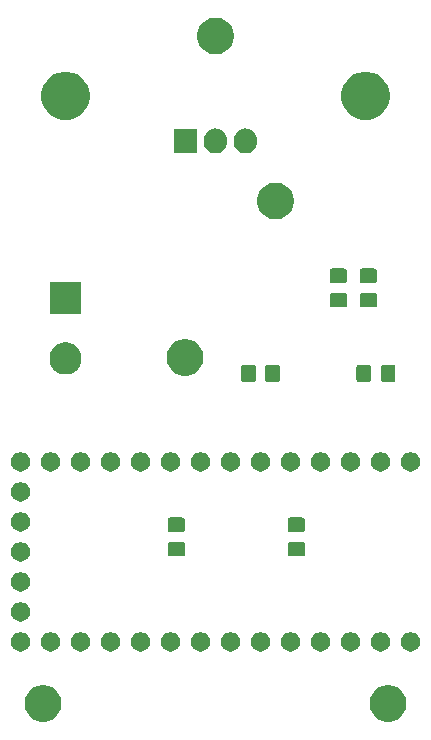
<source format=gbr>
G04 #@! TF.GenerationSoftware,KiCad,Pcbnew,5.1.5*
G04 #@! TF.CreationDate,2020-04-23T21:43:41+02:00*
G04 #@! TF.ProjectId,teensy-load,7465656e-7379-42d6-9c6f-61642e6b6963,rev?*
G04 #@! TF.SameCoordinates,Original*
G04 #@! TF.FileFunction,Soldermask,Bot*
G04 #@! TF.FilePolarity,Negative*
%FSLAX46Y46*%
G04 Gerber Fmt 4.6, Leading zero omitted, Abs format (unit mm)*
G04 Created by KiCad (PCBNEW 5.1.5) date 2020-04-23 21:43:41*
%MOMM*%
%LPD*%
G04 APERTURE LIST*
%ADD10C,0.100000*%
G04 APERTURE END LIST*
D10*
G36*
X143327352Y-103918796D02*
G01*
X143609579Y-104035699D01*
X143863578Y-104205415D01*
X144079585Y-104421422D01*
X144249301Y-104675421D01*
X144366204Y-104957648D01*
X144425800Y-105257259D01*
X144425800Y-105562741D01*
X144366204Y-105862352D01*
X144249301Y-106144579D01*
X144079585Y-106398578D01*
X143863578Y-106614585D01*
X143609579Y-106784301D01*
X143327352Y-106901204D01*
X143027741Y-106960800D01*
X142722259Y-106960800D01*
X142422648Y-106901204D01*
X142140421Y-106784301D01*
X141886422Y-106614585D01*
X141670415Y-106398578D01*
X141500699Y-106144579D01*
X141383796Y-105862352D01*
X141324200Y-105562741D01*
X141324200Y-105257259D01*
X141383796Y-104957648D01*
X141500699Y-104675421D01*
X141670415Y-104421422D01*
X141886422Y-104205415D01*
X142140421Y-104035699D01*
X142422648Y-103918796D01*
X142722259Y-103859200D01*
X143027741Y-103859200D01*
X143327352Y-103918796D01*
G37*
G36*
X114117352Y-103918796D02*
G01*
X114399579Y-104035699D01*
X114653578Y-104205415D01*
X114869585Y-104421422D01*
X115039301Y-104675421D01*
X115156204Y-104957648D01*
X115215800Y-105257259D01*
X115215800Y-105562741D01*
X115156204Y-105862352D01*
X115039301Y-106144579D01*
X114869585Y-106398578D01*
X114653578Y-106614585D01*
X114399579Y-106784301D01*
X114117352Y-106901204D01*
X113817741Y-106960800D01*
X113512259Y-106960800D01*
X113212648Y-106901204D01*
X112930421Y-106784301D01*
X112676422Y-106614585D01*
X112460415Y-106398578D01*
X112290699Y-106144579D01*
X112173796Y-105862352D01*
X112114200Y-105562741D01*
X112114200Y-105257259D01*
X112173796Y-104957648D01*
X112290699Y-104675421D01*
X112460415Y-104421422D01*
X112676422Y-104205415D01*
X112930421Y-104035699D01*
X113212648Y-103918796D01*
X113512259Y-103859200D01*
X113817741Y-103859200D01*
X114117352Y-103918796D01*
G37*
G36*
X137397086Y-99421435D02*
G01*
X137545003Y-99482704D01*
X137678134Y-99571660D01*
X137791340Y-99684866D01*
X137880296Y-99817997D01*
X137941565Y-99965914D01*
X137972800Y-100122946D01*
X137972800Y-100283054D01*
X137941565Y-100440086D01*
X137880296Y-100588003D01*
X137791340Y-100721134D01*
X137678134Y-100834340D01*
X137545003Y-100923296D01*
X137397086Y-100984565D01*
X137240054Y-101015800D01*
X137079946Y-101015800D01*
X136922914Y-100984565D01*
X136774997Y-100923296D01*
X136641866Y-100834340D01*
X136528660Y-100721134D01*
X136439704Y-100588003D01*
X136378435Y-100440086D01*
X136347200Y-100283054D01*
X136347200Y-100122946D01*
X136378435Y-99965914D01*
X136439704Y-99817997D01*
X136528660Y-99684866D01*
X136641866Y-99571660D01*
X136774997Y-99482704D01*
X136922914Y-99421435D01*
X137079946Y-99390200D01*
X137240054Y-99390200D01*
X137397086Y-99421435D01*
G37*
G36*
X142477086Y-99421435D02*
G01*
X142625003Y-99482704D01*
X142758134Y-99571660D01*
X142871340Y-99684866D01*
X142960296Y-99817997D01*
X143021565Y-99965914D01*
X143052800Y-100122946D01*
X143052800Y-100283054D01*
X143021565Y-100440086D01*
X142960296Y-100588003D01*
X142871340Y-100721134D01*
X142758134Y-100834340D01*
X142625003Y-100923296D01*
X142477086Y-100984565D01*
X142320054Y-101015800D01*
X142159946Y-101015800D01*
X142002914Y-100984565D01*
X141854997Y-100923296D01*
X141721866Y-100834340D01*
X141608660Y-100721134D01*
X141519704Y-100588003D01*
X141458435Y-100440086D01*
X141427200Y-100283054D01*
X141427200Y-100122946D01*
X141458435Y-99965914D01*
X141519704Y-99817997D01*
X141608660Y-99684866D01*
X141721866Y-99571660D01*
X141854997Y-99482704D01*
X142002914Y-99421435D01*
X142159946Y-99390200D01*
X142320054Y-99390200D01*
X142477086Y-99421435D01*
G37*
G36*
X111997086Y-99421435D02*
G01*
X112145003Y-99482704D01*
X112278134Y-99571660D01*
X112391340Y-99684866D01*
X112480296Y-99817997D01*
X112541565Y-99965914D01*
X112572800Y-100122946D01*
X112572800Y-100283054D01*
X112541565Y-100440086D01*
X112480296Y-100588003D01*
X112391340Y-100721134D01*
X112278134Y-100834340D01*
X112145003Y-100923296D01*
X111997086Y-100984565D01*
X111840054Y-101015800D01*
X111679946Y-101015800D01*
X111522914Y-100984565D01*
X111374997Y-100923296D01*
X111241866Y-100834340D01*
X111128660Y-100721134D01*
X111039704Y-100588003D01*
X110978435Y-100440086D01*
X110947200Y-100283054D01*
X110947200Y-100122946D01*
X110978435Y-99965914D01*
X111039704Y-99817997D01*
X111128660Y-99684866D01*
X111241866Y-99571660D01*
X111374997Y-99482704D01*
X111522914Y-99421435D01*
X111679946Y-99390200D01*
X111840054Y-99390200D01*
X111997086Y-99421435D01*
G37*
G36*
X114537086Y-99421435D02*
G01*
X114685003Y-99482704D01*
X114818134Y-99571660D01*
X114931340Y-99684866D01*
X115020296Y-99817997D01*
X115081565Y-99965914D01*
X115112800Y-100122946D01*
X115112800Y-100283054D01*
X115081565Y-100440086D01*
X115020296Y-100588003D01*
X114931340Y-100721134D01*
X114818134Y-100834340D01*
X114685003Y-100923296D01*
X114537086Y-100984565D01*
X114380054Y-101015800D01*
X114219946Y-101015800D01*
X114062914Y-100984565D01*
X113914997Y-100923296D01*
X113781866Y-100834340D01*
X113668660Y-100721134D01*
X113579704Y-100588003D01*
X113518435Y-100440086D01*
X113487200Y-100283054D01*
X113487200Y-100122946D01*
X113518435Y-99965914D01*
X113579704Y-99817997D01*
X113668660Y-99684866D01*
X113781866Y-99571660D01*
X113914997Y-99482704D01*
X114062914Y-99421435D01*
X114219946Y-99390200D01*
X114380054Y-99390200D01*
X114537086Y-99421435D01*
G37*
G36*
X117077086Y-99421435D02*
G01*
X117225003Y-99482704D01*
X117358134Y-99571660D01*
X117471340Y-99684866D01*
X117560296Y-99817997D01*
X117621565Y-99965914D01*
X117652800Y-100122946D01*
X117652800Y-100283054D01*
X117621565Y-100440086D01*
X117560296Y-100588003D01*
X117471340Y-100721134D01*
X117358134Y-100834340D01*
X117225003Y-100923296D01*
X117077086Y-100984565D01*
X116920054Y-101015800D01*
X116759946Y-101015800D01*
X116602914Y-100984565D01*
X116454997Y-100923296D01*
X116321866Y-100834340D01*
X116208660Y-100721134D01*
X116119704Y-100588003D01*
X116058435Y-100440086D01*
X116027200Y-100283054D01*
X116027200Y-100122946D01*
X116058435Y-99965914D01*
X116119704Y-99817997D01*
X116208660Y-99684866D01*
X116321866Y-99571660D01*
X116454997Y-99482704D01*
X116602914Y-99421435D01*
X116759946Y-99390200D01*
X116920054Y-99390200D01*
X117077086Y-99421435D01*
G37*
G36*
X145017086Y-99421435D02*
G01*
X145165003Y-99482704D01*
X145298134Y-99571660D01*
X145411340Y-99684866D01*
X145500296Y-99817997D01*
X145561565Y-99965914D01*
X145592800Y-100122946D01*
X145592800Y-100283054D01*
X145561565Y-100440086D01*
X145500296Y-100588003D01*
X145411340Y-100721134D01*
X145298134Y-100834340D01*
X145165003Y-100923296D01*
X145017086Y-100984565D01*
X144860054Y-101015800D01*
X144699946Y-101015800D01*
X144542914Y-100984565D01*
X144394997Y-100923296D01*
X144261866Y-100834340D01*
X144148660Y-100721134D01*
X144059704Y-100588003D01*
X143998435Y-100440086D01*
X143967200Y-100283054D01*
X143967200Y-100122946D01*
X143998435Y-99965914D01*
X144059704Y-99817997D01*
X144148660Y-99684866D01*
X144261866Y-99571660D01*
X144394997Y-99482704D01*
X144542914Y-99421435D01*
X144699946Y-99390200D01*
X144860054Y-99390200D01*
X145017086Y-99421435D01*
G37*
G36*
X139937086Y-99421435D02*
G01*
X140085003Y-99482704D01*
X140218134Y-99571660D01*
X140331340Y-99684866D01*
X140420296Y-99817997D01*
X140481565Y-99965914D01*
X140512800Y-100122946D01*
X140512800Y-100283054D01*
X140481565Y-100440086D01*
X140420296Y-100588003D01*
X140331340Y-100721134D01*
X140218134Y-100834340D01*
X140085003Y-100923296D01*
X139937086Y-100984565D01*
X139780054Y-101015800D01*
X139619946Y-101015800D01*
X139462914Y-100984565D01*
X139314997Y-100923296D01*
X139181866Y-100834340D01*
X139068660Y-100721134D01*
X138979704Y-100588003D01*
X138918435Y-100440086D01*
X138887200Y-100283054D01*
X138887200Y-100122946D01*
X138918435Y-99965914D01*
X138979704Y-99817997D01*
X139068660Y-99684866D01*
X139181866Y-99571660D01*
X139314997Y-99482704D01*
X139462914Y-99421435D01*
X139619946Y-99390200D01*
X139780054Y-99390200D01*
X139937086Y-99421435D01*
G37*
G36*
X134857086Y-99421435D02*
G01*
X135005003Y-99482704D01*
X135138134Y-99571660D01*
X135251340Y-99684866D01*
X135340296Y-99817997D01*
X135401565Y-99965914D01*
X135432800Y-100122946D01*
X135432800Y-100283054D01*
X135401565Y-100440086D01*
X135340296Y-100588003D01*
X135251340Y-100721134D01*
X135138134Y-100834340D01*
X135005003Y-100923296D01*
X134857086Y-100984565D01*
X134700054Y-101015800D01*
X134539946Y-101015800D01*
X134382914Y-100984565D01*
X134234997Y-100923296D01*
X134101866Y-100834340D01*
X133988660Y-100721134D01*
X133899704Y-100588003D01*
X133838435Y-100440086D01*
X133807200Y-100283054D01*
X133807200Y-100122946D01*
X133838435Y-99965914D01*
X133899704Y-99817997D01*
X133988660Y-99684866D01*
X134101866Y-99571660D01*
X134234997Y-99482704D01*
X134382914Y-99421435D01*
X134539946Y-99390200D01*
X134700054Y-99390200D01*
X134857086Y-99421435D01*
G37*
G36*
X132317086Y-99421435D02*
G01*
X132465003Y-99482704D01*
X132598134Y-99571660D01*
X132711340Y-99684866D01*
X132800296Y-99817997D01*
X132861565Y-99965914D01*
X132892800Y-100122946D01*
X132892800Y-100283054D01*
X132861565Y-100440086D01*
X132800296Y-100588003D01*
X132711340Y-100721134D01*
X132598134Y-100834340D01*
X132465003Y-100923296D01*
X132317086Y-100984565D01*
X132160054Y-101015800D01*
X131999946Y-101015800D01*
X131842914Y-100984565D01*
X131694997Y-100923296D01*
X131561866Y-100834340D01*
X131448660Y-100721134D01*
X131359704Y-100588003D01*
X131298435Y-100440086D01*
X131267200Y-100283054D01*
X131267200Y-100122946D01*
X131298435Y-99965914D01*
X131359704Y-99817997D01*
X131448660Y-99684866D01*
X131561866Y-99571660D01*
X131694997Y-99482704D01*
X131842914Y-99421435D01*
X131999946Y-99390200D01*
X132160054Y-99390200D01*
X132317086Y-99421435D01*
G37*
G36*
X129777086Y-99421435D02*
G01*
X129925003Y-99482704D01*
X130058134Y-99571660D01*
X130171340Y-99684866D01*
X130260296Y-99817997D01*
X130321565Y-99965914D01*
X130352800Y-100122946D01*
X130352800Y-100283054D01*
X130321565Y-100440086D01*
X130260296Y-100588003D01*
X130171340Y-100721134D01*
X130058134Y-100834340D01*
X129925003Y-100923296D01*
X129777086Y-100984565D01*
X129620054Y-101015800D01*
X129459946Y-101015800D01*
X129302914Y-100984565D01*
X129154997Y-100923296D01*
X129021866Y-100834340D01*
X128908660Y-100721134D01*
X128819704Y-100588003D01*
X128758435Y-100440086D01*
X128727200Y-100283054D01*
X128727200Y-100122946D01*
X128758435Y-99965914D01*
X128819704Y-99817997D01*
X128908660Y-99684866D01*
X129021866Y-99571660D01*
X129154997Y-99482704D01*
X129302914Y-99421435D01*
X129459946Y-99390200D01*
X129620054Y-99390200D01*
X129777086Y-99421435D01*
G37*
G36*
X127237086Y-99421435D02*
G01*
X127385003Y-99482704D01*
X127518134Y-99571660D01*
X127631340Y-99684866D01*
X127720296Y-99817997D01*
X127781565Y-99965914D01*
X127812800Y-100122946D01*
X127812800Y-100283054D01*
X127781565Y-100440086D01*
X127720296Y-100588003D01*
X127631340Y-100721134D01*
X127518134Y-100834340D01*
X127385003Y-100923296D01*
X127237086Y-100984565D01*
X127080054Y-101015800D01*
X126919946Y-101015800D01*
X126762914Y-100984565D01*
X126614997Y-100923296D01*
X126481866Y-100834340D01*
X126368660Y-100721134D01*
X126279704Y-100588003D01*
X126218435Y-100440086D01*
X126187200Y-100283054D01*
X126187200Y-100122946D01*
X126218435Y-99965914D01*
X126279704Y-99817997D01*
X126368660Y-99684866D01*
X126481866Y-99571660D01*
X126614997Y-99482704D01*
X126762914Y-99421435D01*
X126919946Y-99390200D01*
X127080054Y-99390200D01*
X127237086Y-99421435D01*
G37*
G36*
X124697086Y-99421435D02*
G01*
X124845003Y-99482704D01*
X124978134Y-99571660D01*
X125091340Y-99684866D01*
X125180296Y-99817997D01*
X125241565Y-99965914D01*
X125272800Y-100122946D01*
X125272800Y-100283054D01*
X125241565Y-100440086D01*
X125180296Y-100588003D01*
X125091340Y-100721134D01*
X124978134Y-100834340D01*
X124845003Y-100923296D01*
X124697086Y-100984565D01*
X124540054Y-101015800D01*
X124379946Y-101015800D01*
X124222914Y-100984565D01*
X124074997Y-100923296D01*
X123941866Y-100834340D01*
X123828660Y-100721134D01*
X123739704Y-100588003D01*
X123678435Y-100440086D01*
X123647200Y-100283054D01*
X123647200Y-100122946D01*
X123678435Y-99965914D01*
X123739704Y-99817997D01*
X123828660Y-99684866D01*
X123941866Y-99571660D01*
X124074997Y-99482704D01*
X124222914Y-99421435D01*
X124379946Y-99390200D01*
X124540054Y-99390200D01*
X124697086Y-99421435D01*
G37*
G36*
X122157086Y-99421435D02*
G01*
X122305003Y-99482704D01*
X122438134Y-99571660D01*
X122551340Y-99684866D01*
X122640296Y-99817997D01*
X122701565Y-99965914D01*
X122732800Y-100122946D01*
X122732800Y-100283054D01*
X122701565Y-100440086D01*
X122640296Y-100588003D01*
X122551340Y-100721134D01*
X122438134Y-100834340D01*
X122305003Y-100923296D01*
X122157086Y-100984565D01*
X122000054Y-101015800D01*
X121839946Y-101015800D01*
X121682914Y-100984565D01*
X121534997Y-100923296D01*
X121401866Y-100834340D01*
X121288660Y-100721134D01*
X121199704Y-100588003D01*
X121138435Y-100440086D01*
X121107200Y-100283054D01*
X121107200Y-100122946D01*
X121138435Y-99965914D01*
X121199704Y-99817997D01*
X121288660Y-99684866D01*
X121401866Y-99571660D01*
X121534997Y-99482704D01*
X121682914Y-99421435D01*
X121839946Y-99390200D01*
X122000054Y-99390200D01*
X122157086Y-99421435D01*
G37*
G36*
X119617086Y-99421435D02*
G01*
X119765003Y-99482704D01*
X119898134Y-99571660D01*
X120011340Y-99684866D01*
X120100296Y-99817997D01*
X120161565Y-99965914D01*
X120192800Y-100122946D01*
X120192800Y-100283054D01*
X120161565Y-100440086D01*
X120100296Y-100588003D01*
X120011340Y-100721134D01*
X119898134Y-100834340D01*
X119765003Y-100923296D01*
X119617086Y-100984565D01*
X119460054Y-101015800D01*
X119299946Y-101015800D01*
X119142914Y-100984565D01*
X118994997Y-100923296D01*
X118861866Y-100834340D01*
X118748660Y-100721134D01*
X118659704Y-100588003D01*
X118598435Y-100440086D01*
X118567200Y-100283054D01*
X118567200Y-100122946D01*
X118598435Y-99965914D01*
X118659704Y-99817997D01*
X118748660Y-99684866D01*
X118861866Y-99571660D01*
X118994997Y-99482704D01*
X119142914Y-99421435D01*
X119299946Y-99390200D01*
X119460054Y-99390200D01*
X119617086Y-99421435D01*
G37*
G36*
X111997086Y-96881435D02*
G01*
X112145003Y-96942704D01*
X112278134Y-97031660D01*
X112391340Y-97144866D01*
X112480296Y-97277997D01*
X112541565Y-97425914D01*
X112572800Y-97582946D01*
X112572800Y-97743054D01*
X112541565Y-97900086D01*
X112480296Y-98048003D01*
X112391340Y-98181134D01*
X112278134Y-98294340D01*
X112145003Y-98383296D01*
X111997086Y-98444565D01*
X111840054Y-98475800D01*
X111679946Y-98475800D01*
X111522914Y-98444565D01*
X111374997Y-98383296D01*
X111241866Y-98294340D01*
X111128660Y-98181134D01*
X111039704Y-98048003D01*
X110978435Y-97900086D01*
X110947200Y-97743054D01*
X110947200Y-97582946D01*
X110978435Y-97425914D01*
X111039704Y-97277997D01*
X111128660Y-97144866D01*
X111241866Y-97031660D01*
X111374997Y-96942704D01*
X111522914Y-96881435D01*
X111679946Y-96850200D01*
X111840054Y-96850200D01*
X111997086Y-96881435D01*
G37*
G36*
X111997086Y-94341435D02*
G01*
X112145003Y-94402704D01*
X112278134Y-94491660D01*
X112391340Y-94604866D01*
X112480296Y-94737997D01*
X112541565Y-94885914D01*
X112572800Y-95042946D01*
X112572800Y-95203054D01*
X112541565Y-95360086D01*
X112480296Y-95508003D01*
X112391340Y-95641134D01*
X112278134Y-95754340D01*
X112145003Y-95843296D01*
X111997086Y-95904565D01*
X111840054Y-95935800D01*
X111679946Y-95935800D01*
X111522914Y-95904565D01*
X111374997Y-95843296D01*
X111241866Y-95754340D01*
X111128660Y-95641134D01*
X111039704Y-95508003D01*
X110978435Y-95360086D01*
X110947200Y-95203054D01*
X110947200Y-95042946D01*
X110978435Y-94885914D01*
X111039704Y-94737997D01*
X111128660Y-94604866D01*
X111241866Y-94491660D01*
X111374997Y-94402704D01*
X111522914Y-94341435D01*
X111679946Y-94310200D01*
X111840054Y-94310200D01*
X111997086Y-94341435D01*
G37*
G36*
X111997086Y-91801435D02*
G01*
X112145003Y-91862704D01*
X112278134Y-91951660D01*
X112391340Y-92064866D01*
X112480296Y-92197997D01*
X112541565Y-92345914D01*
X112572800Y-92502946D01*
X112572800Y-92663054D01*
X112541565Y-92820086D01*
X112480296Y-92968003D01*
X112391340Y-93101134D01*
X112278134Y-93214340D01*
X112145003Y-93303296D01*
X111997086Y-93364565D01*
X111840054Y-93395800D01*
X111679946Y-93395800D01*
X111522914Y-93364565D01*
X111374997Y-93303296D01*
X111241866Y-93214340D01*
X111128660Y-93101134D01*
X111039704Y-92968003D01*
X110978435Y-92820086D01*
X110947200Y-92663054D01*
X110947200Y-92502946D01*
X110978435Y-92345914D01*
X111039704Y-92197997D01*
X111128660Y-92064866D01*
X111241866Y-91951660D01*
X111374997Y-91862704D01*
X111522914Y-91801435D01*
X111679946Y-91770200D01*
X111840054Y-91770200D01*
X111997086Y-91801435D01*
G37*
G36*
X125522857Y-91717117D02*
G01*
X125568465Y-91730952D01*
X125610504Y-91753422D01*
X125647344Y-91783656D01*
X125677578Y-91820496D01*
X125700048Y-91862535D01*
X125713883Y-91908143D01*
X125718800Y-91958065D01*
X125718800Y-92717935D01*
X125713883Y-92767857D01*
X125700048Y-92813465D01*
X125677578Y-92855504D01*
X125647344Y-92892344D01*
X125610504Y-92922578D01*
X125568465Y-92945048D01*
X125522857Y-92958883D01*
X125472935Y-92963800D01*
X124463065Y-92963800D01*
X124413143Y-92958883D01*
X124367535Y-92945048D01*
X124325496Y-92922578D01*
X124288656Y-92892344D01*
X124258422Y-92855504D01*
X124235952Y-92813465D01*
X124222117Y-92767857D01*
X124217200Y-92717935D01*
X124217200Y-91958065D01*
X124222117Y-91908143D01*
X124235952Y-91862535D01*
X124258422Y-91820496D01*
X124288656Y-91783656D01*
X124325496Y-91753422D01*
X124367535Y-91730952D01*
X124413143Y-91717117D01*
X124463065Y-91712200D01*
X125472935Y-91712200D01*
X125522857Y-91717117D01*
G37*
G36*
X135682857Y-91717117D02*
G01*
X135728465Y-91730952D01*
X135770504Y-91753422D01*
X135807344Y-91783656D01*
X135837578Y-91820496D01*
X135860048Y-91862535D01*
X135873883Y-91908143D01*
X135878800Y-91958065D01*
X135878800Y-92717935D01*
X135873883Y-92767857D01*
X135860048Y-92813465D01*
X135837578Y-92855504D01*
X135807344Y-92892344D01*
X135770504Y-92922578D01*
X135728465Y-92945048D01*
X135682857Y-92958883D01*
X135632935Y-92963800D01*
X134623065Y-92963800D01*
X134573143Y-92958883D01*
X134527535Y-92945048D01*
X134485496Y-92922578D01*
X134448656Y-92892344D01*
X134418422Y-92855504D01*
X134395952Y-92813465D01*
X134382117Y-92767857D01*
X134377200Y-92717935D01*
X134377200Y-91958065D01*
X134382117Y-91908143D01*
X134395952Y-91862535D01*
X134418422Y-91820496D01*
X134448656Y-91783656D01*
X134485496Y-91753422D01*
X134527535Y-91730952D01*
X134573143Y-91717117D01*
X134623065Y-91712200D01*
X135632935Y-91712200D01*
X135682857Y-91717117D01*
G37*
G36*
X125522857Y-89667117D02*
G01*
X125568465Y-89680952D01*
X125610504Y-89703422D01*
X125647344Y-89733656D01*
X125677578Y-89770496D01*
X125700048Y-89812535D01*
X125713883Y-89858143D01*
X125718800Y-89908065D01*
X125718800Y-90667935D01*
X125713883Y-90717857D01*
X125700048Y-90763465D01*
X125677578Y-90805504D01*
X125647344Y-90842344D01*
X125610504Y-90872578D01*
X125568465Y-90895048D01*
X125522857Y-90908883D01*
X125472935Y-90913800D01*
X124463065Y-90913800D01*
X124413143Y-90908883D01*
X124367535Y-90895048D01*
X124325496Y-90872578D01*
X124288656Y-90842344D01*
X124258422Y-90805504D01*
X124235952Y-90763465D01*
X124222117Y-90717857D01*
X124217200Y-90667935D01*
X124217200Y-89908065D01*
X124222117Y-89858143D01*
X124235952Y-89812535D01*
X124258422Y-89770496D01*
X124288656Y-89733656D01*
X124325496Y-89703422D01*
X124367535Y-89680952D01*
X124413143Y-89667117D01*
X124463065Y-89662200D01*
X125472935Y-89662200D01*
X125522857Y-89667117D01*
G37*
G36*
X135682857Y-89667117D02*
G01*
X135728465Y-89680952D01*
X135770504Y-89703422D01*
X135807344Y-89733656D01*
X135837578Y-89770496D01*
X135860048Y-89812535D01*
X135873883Y-89858143D01*
X135878800Y-89908065D01*
X135878800Y-90667935D01*
X135873883Y-90717857D01*
X135860048Y-90763465D01*
X135837578Y-90805504D01*
X135807344Y-90842344D01*
X135770504Y-90872578D01*
X135728465Y-90895048D01*
X135682857Y-90908883D01*
X135632935Y-90913800D01*
X134623065Y-90913800D01*
X134573143Y-90908883D01*
X134527535Y-90895048D01*
X134485496Y-90872578D01*
X134448656Y-90842344D01*
X134418422Y-90805504D01*
X134395952Y-90763465D01*
X134382117Y-90717857D01*
X134377200Y-90667935D01*
X134377200Y-89908065D01*
X134382117Y-89858143D01*
X134395952Y-89812535D01*
X134418422Y-89770496D01*
X134448656Y-89733656D01*
X134485496Y-89703422D01*
X134527535Y-89680952D01*
X134573143Y-89667117D01*
X134623065Y-89662200D01*
X135632935Y-89662200D01*
X135682857Y-89667117D01*
G37*
G36*
X111997086Y-89261435D02*
G01*
X112145003Y-89322704D01*
X112278134Y-89411660D01*
X112391340Y-89524866D01*
X112480296Y-89657997D01*
X112541565Y-89805914D01*
X112572800Y-89962946D01*
X112572800Y-90123054D01*
X112541565Y-90280086D01*
X112480296Y-90428003D01*
X112391340Y-90561134D01*
X112278134Y-90674340D01*
X112145003Y-90763296D01*
X111997086Y-90824565D01*
X111840054Y-90855800D01*
X111679946Y-90855800D01*
X111522914Y-90824565D01*
X111374997Y-90763296D01*
X111241866Y-90674340D01*
X111128660Y-90561134D01*
X111039704Y-90428003D01*
X110978435Y-90280086D01*
X110947200Y-90123054D01*
X110947200Y-89962946D01*
X110978435Y-89805914D01*
X111039704Y-89657997D01*
X111128660Y-89524866D01*
X111241866Y-89411660D01*
X111374997Y-89322704D01*
X111522914Y-89261435D01*
X111679946Y-89230200D01*
X111840054Y-89230200D01*
X111997086Y-89261435D01*
G37*
G36*
X111997086Y-86721435D02*
G01*
X112145003Y-86782704D01*
X112278134Y-86871660D01*
X112391340Y-86984866D01*
X112480296Y-87117997D01*
X112541565Y-87265914D01*
X112572800Y-87422946D01*
X112572800Y-87583054D01*
X112541565Y-87740086D01*
X112480296Y-87888003D01*
X112391340Y-88021134D01*
X112278134Y-88134340D01*
X112145003Y-88223296D01*
X111997086Y-88284565D01*
X111840054Y-88315800D01*
X111679946Y-88315800D01*
X111522914Y-88284565D01*
X111374997Y-88223296D01*
X111241866Y-88134340D01*
X111128660Y-88021134D01*
X111039704Y-87888003D01*
X110978435Y-87740086D01*
X110947200Y-87583054D01*
X110947200Y-87422946D01*
X110978435Y-87265914D01*
X111039704Y-87117997D01*
X111128660Y-86984866D01*
X111241866Y-86871660D01*
X111374997Y-86782704D01*
X111522914Y-86721435D01*
X111679946Y-86690200D01*
X111840054Y-86690200D01*
X111997086Y-86721435D01*
G37*
G36*
X114537086Y-84181435D02*
G01*
X114685003Y-84242704D01*
X114818134Y-84331660D01*
X114931340Y-84444866D01*
X115020296Y-84577997D01*
X115081565Y-84725914D01*
X115112800Y-84882946D01*
X115112800Y-85043054D01*
X115081565Y-85200086D01*
X115020296Y-85348003D01*
X114931340Y-85481134D01*
X114818134Y-85594340D01*
X114685003Y-85683296D01*
X114537086Y-85744565D01*
X114380054Y-85775800D01*
X114219946Y-85775800D01*
X114062914Y-85744565D01*
X113914997Y-85683296D01*
X113781866Y-85594340D01*
X113668660Y-85481134D01*
X113579704Y-85348003D01*
X113518435Y-85200086D01*
X113487200Y-85043054D01*
X113487200Y-84882946D01*
X113518435Y-84725914D01*
X113579704Y-84577997D01*
X113668660Y-84444866D01*
X113781866Y-84331660D01*
X113914997Y-84242704D01*
X114062914Y-84181435D01*
X114219946Y-84150200D01*
X114380054Y-84150200D01*
X114537086Y-84181435D01*
G37*
G36*
X111997086Y-84181435D02*
G01*
X112145003Y-84242704D01*
X112278134Y-84331660D01*
X112391340Y-84444866D01*
X112480296Y-84577997D01*
X112541565Y-84725914D01*
X112572800Y-84882946D01*
X112572800Y-85043054D01*
X112541565Y-85200086D01*
X112480296Y-85348003D01*
X112391340Y-85481134D01*
X112278134Y-85594340D01*
X112145003Y-85683296D01*
X111997086Y-85744565D01*
X111840054Y-85775800D01*
X111679946Y-85775800D01*
X111522914Y-85744565D01*
X111374997Y-85683296D01*
X111241866Y-85594340D01*
X111128660Y-85481134D01*
X111039704Y-85348003D01*
X110978435Y-85200086D01*
X110947200Y-85043054D01*
X110947200Y-84882946D01*
X110978435Y-84725914D01*
X111039704Y-84577997D01*
X111128660Y-84444866D01*
X111241866Y-84331660D01*
X111374997Y-84242704D01*
X111522914Y-84181435D01*
X111679946Y-84150200D01*
X111840054Y-84150200D01*
X111997086Y-84181435D01*
G37*
G36*
X137397086Y-84181435D02*
G01*
X137545003Y-84242704D01*
X137678134Y-84331660D01*
X137791340Y-84444866D01*
X137880296Y-84577997D01*
X137941565Y-84725914D01*
X137972800Y-84882946D01*
X137972800Y-85043054D01*
X137941565Y-85200086D01*
X137880296Y-85348003D01*
X137791340Y-85481134D01*
X137678134Y-85594340D01*
X137545003Y-85683296D01*
X137397086Y-85744565D01*
X137240054Y-85775800D01*
X137079946Y-85775800D01*
X136922914Y-85744565D01*
X136774997Y-85683296D01*
X136641866Y-85594340D01*
X136528660Y-85481134D01*
X136439704Y-85348003D01*
X136378435Y-85200086D01*
X136347200Y-85043054D01*
X136347200Y-84882946D01*
X136378435Y-84725914D01*
X136439704Y-84577997D01*
X136528660Y-84444866D01*
X136641866Y-84331660D01*
X136774997Y-84242704D01*
X136922914Y-84181435D01*
X137079946Y-84150200D01*
X137240054Y-84150200D01*
X137397086Y-84181435D01*
G37*
G36*
X122157086Y-84181435D02*
G01*
X122305003Y-84242704D01*
X122438134Y-84331660D01*
X122551340Y-84444866D01*
X122640296Y-84577997D01*
X122701565Y-84725914D01*
X122732800Y-84882946D01*
X122732800Y-85043054D01*
X122701565Y-85200086D01*
X122640296Y-85348003D01*
X122551340Y-85481134D01*
X122438134Y-85594340D01*
X122305003Y-85683296D01*
X122157086Y-85744565D01*
X122000054Y-85775800D01*
X121839946Y-85775800D01*
X121682914Y-85744565D01*
X121534997Y-85683296D01*
X121401866Y-85594340D01*
X121288660Y-85481134D01*
X121199704Y-85348003D01*
X121138435Y-85200086D01*
X121107200Y-85043054D01*
X121107200Y-84882946D01*
X121138435Y-84725914D01*
X121199704Y-84577997D01*
X121288660Y-84444866D01*
X121401866Y-84331660D01*
X121534997Y-84242704D01*
X121682914Y-84181435D01*
X121839946Y-84150200D01*
X122000054Y-84150200D01*
X122157086Y-84181435D01*
G37*
G36*
X139937086Y-84181435D02*
G01*
X140085003Y-84242704D01*
X140218134Y-84331660D01*
X140331340Y-84444866D01*
X140420296Y-84577997D01*
X140481565Y-84725914D01*
X140512800Y-84882946D01*
X140512800Y-85043054D01*
X140481565Y-85200086D01*
X140420296Y-85348003D01*
X140331340Y-85481134D01*
X140218134Y-85594340D01*
X140085003Y-85683296D01*
X139937086Y-85744565D01*
X139780054Y-85775800D01*
X139619946Y-85775800D01*
X139462914Y-85744565D01*
X139314997Y-85683296D01*
X139181866Y-85594340D01*
X139068660Y-85481134D01*
X138979704Y-85348003D01*
X138918435Y-85200086D01*
X138887200Y-85043054D01*
X138887200Y-84882946D01*
X138918435Y-84725914D01*
X138979704Y-84577997D01*
X139068660Y-84444866D01*
X139181866Y-84331660D01*
X139314997Y-84242704D01*
X139462914Y-84181435D01*
X139619946Y-84150200D01*
X139780054Y-84150200D01*
X139937086Y-84181435D01*
G37*
G36*
X142477086Y-84181435D02*
G01*
X142625003Y-84242704D01*
X142758134Y-84331660D01*
X142871340Y-84444866D01*
X142960296Y-84577997D01*
X143021565Y-84725914D01*
X143052800Y-84882946D01*
X143052800Y-85043054D01*
X143021565Y-85200086D01*
X142960296Y-85348003D01*
X142871340Y-85481134D01*
X142758134Y-85594340D01*
X142625003Y-85683296D01*
X142477086Y-85744565D01*
X142320054Y-85775800D01*
X142159946Y-85775800D01*
X142002914Y-85744565D01*
X141854997Y-85683296D01*
X141721866Y-85594340D01*
X141608660Y-85481134D01*
X141519704Y-85348003D01*
X141458435Y-85200086D01*
X141427200Y-85043054D01*
X141427200Y-84882946D01*
X141458435Y-84725914D01*
X141519704Y-84577997D01*
X141608660Y-84444866D01*
X141721866Y-84331660D01*
X141854997Y-84242704D01*
X142002914Y-84181435D01*
X142159946Y-84150200D01*
X142320054Y-84150200D01*
X142477086Y-84181435D01*
G37*
G36*
X145017086Y-84181435D02*
G01*
X145165003Y-84242704D01*
X145298134Y-84331660D01*
X145411340Y-84444866D01*
X145500296Y-84577997D01*
X145561565Y-84725914D01*
X145592800Y-84882946D01*
X145592800Y-85043054D01*
X145561565Y-85200086D01*
X145500296Y-85348003D01*
X145411340Y-85481134D01*
X145298134Y-85594340D01*
X145165003Y-85683296D01*
X145017086Y-85744565D01*
X144860054Y-85775800D01*
X144699946Y-85775800D01*
X144542914Y-85744565D01*
X144394997Y-85683296D01*
X144261866Y-85594340D01*
X144148660Y-85481134D01*
X144059704Y-85348003D01*
X143998435Y-85200086D01*
X143967200Y-85043054D01*
X143967200Y-84882946D01*
X143998435Y-84725914D01*
X144059704Y-84577997D01*
X144148660Y-84444866D01*
X144261866Y-84331660D01*
X144394997Y-84242704D01*
X144542914Y-84181435D01*
X144699946Y-84150200D01*
X144860054Y-84150200D01*
X145017086Y-84181435D01*
G37*
G36*
X129777086Y-84181435D02*
G01*
X129925003Y-84242704D01*
X130058134Y-84331660D01*
X130171340Y-84444866D01*
X130260296Y-84577997D01*
X130321565Y-84725914D01*
X130352800Y-84882946D01*
X130352800Y-85043054D01*
X130321565Y-85200086D01*
X130260296Y-85348003D01*
X130171340Y-85481134D01*
X130058134Y-85594340D01*
X129925003Y-85683296D01*
X129777086Y-85744565D01*
X129620054Y-85775800D01*
X129459946Y-85775800D01*
X129302914Y-85744565D01*
X129154997Y-85683296D01*
X129021866Y-85594340D01*
X128908660Y-85481134D01*
X128819704Y-85348003D01*
X128758435Y-85200086D01*
X128727200Y-85043054D01*
X128727200Y-84882946D01*
X128758435Y-84725914D01*
X128819704Y-84577997D01*
X128908660Y-84444866D01*
X129021866Y-84331660D01*
X129154997Y-84242704D01*
X129302914Y-84181435D01*
X129459946Y-84150200D01*
X129620054Y-84150200D01*
X129777086Y-84181435D01*
G37*
G36*
X127237086Y-84181435D02*
G01*
X127385003Y-84242704D01*
X127518134Y-84331660D01*
X127631340Y-84444866D01*
X127720296Y-84577997D01*
X127781565Y-84725914D01*
X127812800Y-84882946D01*
X127812800Y-85043054D01*
X127781565Y-85200086D01*
X127720296Y-85348003D01*
X127631340Y-85481134D01*
X127518134Y-85594340D01*
X127385003Y-85683296D01*
X127237086Y-85744565D01*
X127080054Y-85775800D01*
X126919946Y-85775800D01*
X126762914Y-85744565D01*
X126614997Y-85683296D01*
X126481866Y-85594340D01*
X126368660Y-85481134D01*
X126279704Y-85348003D01*
X126218435Y-85200086D01*
X126187200Y-85043054D01*
X126187200Y-84882946D01*
X126218435Y-84725914D01*
X126279704Y-84577997D01*
X126368660Y-84444866D01*
X126481866Y-84331660D01*
X126614997Y-84242704D01*
X126762914Y-84181435D01*
X126919946Y-84150200D01*
X127080054Y-84150200D01*
X127237086Y-84181435D01*
G37*
G36*
X124697086Y-84181435D02*
G01*
X124845003Y-84242704D01*
X124978134Y-84331660D01*
X125091340Y-84444866D01*
X125180296Y-84577997D01*
X125241565Y-84725914D01*
X125272800Y-84882946D01*
X125272800Y-85043054D01*
X125241565Y-85200086D01*
X125180296Y-85348003D01*
X125091340Y-85481134D01*
X124978134Y-85594340D01*
X124845003Y-85683296D01*
X124697086Y-85744565D01*
X124540054Y-85775800D01*
X124379946Y-85775800D01*
X124222914Y-85744565D01*
X124074997Y-85683296D01*
X123941866Y-85594340D01*
X123828660Y-85481134D01*
X123739704Y-85348003D01*
X123678435Y-85200086D01*
X123647200Y-85043054D01*
X123647200Y-84882946D01*
X123678435Y-84725914D01*
X123739704Y-84577997D01*
X123828660Y-84444866D01*
X123941866Y-84331660D01*
X124074997Y-84242704D01*
X124222914Y-84181435D01*
X124379946Y-84150200D01*
X124540054Y-84150200D01*
X124697086Y-84181435D01*
G37*
G36*
X119617086Y-84181435D02*
G01*
X119765003Y-84242704D01*
X119898134Y-84331660D01*
X120011340Y-84444866D01*
X120100296Y-84577997D01*
X120161565Y-84725914D01*
X120192800Y-84882946D01*
X120192800Y-85043054D01*
X120161565Y-85200086D01*
X120100296Y-85348003D01*
X120011340Y-85481134D01*
X119898134Y-85594340D01*
X119765003Y-85683296D01*
X119617086Y-85744565D01*
X119460054Y-85775800D01*
X119299946Y-85775800D01*
X119142914Y-85744565D01*
X118994997Y-85683296D01*
X118861866Y-85594340D01*
X118748660Y-85481134D01*
X118659704Y-85348003D01*
X118598435Y-85200086D01*
X118567200Y-85043054D01*
X118567200Y-84882946D01*
X118598435Y-84725914D01*
X118659704Y-84577997D01*
X118748660Y-84444866D01*
X118861866Y-84331660D01*
X118994997Y-84242704D01*
X119142914Y-84181435D01*
X119299946Y-84150200D01*
X119460054Y-84150200D01*
X119617086Y-84181435D01*
G37*
G36*
X134857086Y-84181435D02*
G01*
X135005003Y-84242704D01*
X135138134Y-84331660D01*
X135251340Y-84444866D01*
X135340296Y-84577997D01*
X135401565Y-84725914D01*
X135432800Y-84882946D01*
X135432800Y-85043054D01*
X135401565Y-85200086D01*
X135340296Y-85348003D01*
X135251340Y-85481134D01*
X135138134Y-85594340D01*
X135005003Y-85683296D01*
X134857086Y-85744565D01*
X134700054Y-85775800D01*
X134539946Y-85775800D01*
X134382914Y-85744565D01*
X134234997Y-85683296D01*
X134101866Y-85594340D01*
X133988660Y-85481134D01*
X133899704Y-85348003D01*
X133838435Y-85200086D01*
X133807200Y-85043054D01*
X133807200Y-84882946D01*
X133838435Y-84725914D01*
X133899704Y-84577997D01*
X133988660Y-84444866D01*
X134101866Y-84331660D01*
X134234997Y-84242704D01*
X134382914Y-84181435D01*
X134539946Y-84150200D01*
X134700054Y-84150200D01*
X134857086Y-84181435D01*
G37*
G36*
X117077086Y-84181435D02*
G01*
X117225003Y-84242704D01*
X117358134Y-84331660D01*
X117471340Y-84444866D01*
X117560296Y-84577997D01*
X117621565Y-84725914D01*
X117652800Y-84882946D01*
X117652800Y-85043054D01*
X117621565Y-85200086D01*
X117560296Y-85348003D01*
X117471340Y-85481134D01*
X117358134Y-85594340D01*
X117225003Y-85683296D01*
X117077086Y-85744565D01*
X116920054Y-85775800D01*
X116759946Y-85775800D01*
X116602914Y-85744565D01*
X116454997Y-85683296D01*
X116321866Y-85594340D01*
X116208660Y-85481134D01*
X116119704Y-85348003D01*
X116058435Y-85200086D01*
X116027200Y-85043054D01*
X116027200Y-84882946D01*
X116058435Y-84725914D01*
X116119704Y-84577997D01*
X116208660Y-84444866D01*
X116321866Y-84331660D01*
X116454997Y-84242704D01*
X116602914Y-84181435D01*
X116759946Y-84150200D01*
X116920054Y-84150200D01*
X117077086Y-84181435D01*
G37*
G36*
X132317086Y-84181435D02*
G01*
X132465003Y-84242704D01*
X132598134Y-84331660D01*
X132711340Y-84444866D01*
X132800296Y-84577997D01*
X132861565Y-84725914D01*
X132892800Y-84882946D01*
X132892800Y-85043054D01*
X132861565Y-85200086D01*
X132800296Y-85348003D01*
X132711340Y-85481134D01*
X132598134Y-85594340D01*
X132465003Y-85683296D01*
X132317086Y-85744565D01*
X132160054Y-85775800D01*
X131999946Y-85775800D01*
X131842914Y-85744565D01*
X131694997Y-85683296D01*
X131561866Y-85594340D01*
X131448660Y-85481134D01*
X131359704Y-85348003D01*
X131298435Y-85200086D01*
X131267200Y-85043054D01*
X131267200Y-84882946D01*
X131298435Y-84725914D01*
X131359704Y-84577997D01*
X131448660Y-84444866D01*
X131561866Y-84331660D01*
X131694997Y-84242704D01*
X131842914Y-84181435D01*
X131999946Y-84150200D01*
X132160054Y-84150200D01*
X132317086Y-84181435D01*
G37*
G36*
X133534857Y-76724117D02*
G01*
X133580465Y-76737952D01*
X133622504Y-76760422D01*
X133659344Y-76790656D01*
X133689578Y-76827496D01*
X133712048Y-76869535D01*
X133725883Y-76915143D01*
X133730800Y-76965065D01*
X133730800Y-77974935D01*
X133725883Y-78024857D01*
X133712048Y-78070465D01*
X133689578Y-78112504D01*
X133659344Y-78149344D01*
X133622504Y-78179578D01*
X133580465Y-78202048D01*
X133534857Y-78215883D01*
X133484935Y-78220800D01*
X132725065Y-78220800D01*
X132675143Y-78215883D01*
X132629535Y-78202048D01*
X132587496Y-78179578D01*
X132550656Y-78149344D01*
X132520422Y-78112504D01*
X132497952Y-78070465D01*
X132484117Y-78024857D01*
X132479200Y-77974935D01*
X132479200Y-76965065D01*
X132484117Y-76915143D01*
X132497952Y-76869535D01*
X132520422Y-76827496D01*
X132550656Y-76790656D01*
X132587496Y-76760422D01*
X132629535Y-76737952D01*
X132675143Y-76724117D01*
X132725065Y-76719200D01*
X133484935Y-76719200D01*
X133534857Y-76724117D01*
G37*
G36*
X131484857Y-76724117D02*
G01*
X131530465Y-76737952D01*
X131572504Y-76760422D01*
X131609344Y-76790656D01*
X131639578Y-76827496D01*
X131662048Y-76869535D01*
X131675883Y-76915143D01*
X131680800Y-76965065D01*
X131680800Y-77974935D01*
X131675883Y-78024857D01*
X131662048Y-78070465D01*
X131639578Y-78112504D01*
X131609344Y-78149344D01*
X131572504Y-78179578D01*
X131530465Y-78202048D01*
X131484857Y-78215883D01*
X131434935Y-78220800D01*
X130675065Y-78220800D01*
X130625143Y-78215883D01*
X130579535Y-78202048D01*
X130537496Y-78179578D01*
X130500656Y-78149344D01*
X130470422Y-78112504D01*
X130447952Y-78070465D01*
X130434117Y-78024857D01*
X130429200Y-77974935D01*
X130429200Y-76965065D01*
X130434117Y-76915143D01*
X130447952Y-76869535D01*
X130470422Y-76827496D01*
X130500656Y-76790656D01*
X130537496Y-76760422D01*
X130579535Y-76737952D01*
X130625143Y-76724117D01*
X130675065Y-76719200D01*
X131434935Y-76719200D01*
X131484857Y-76724117D01*
G37*
G36*
X143313857Y-76724117D02*
G01*
X143359465Y-76737952D01*
X143401504Y-76760422D01*
X143438344Y-76790656D01*
X143468578Y-76827496D01*
X143491048Y-76869535D01*
X143504883Y-76915143D01*
X143509800Y-76965065D01*
X143509800Y-77974935D01*
X143504883Y-78024857D01*
X143491048Y-78070465D01*
X143468578Y-78112504D01*
X143438344Y-78149344D01*
X143401504Y-78179578D01*
X143359465Y-78202048D01*
X143313857Y-78215883D01*
X143263935Y-78220800D01*
X142504065Y-78220800D01*
X142454143Y-78215883D01*
X142408535Y-78202048D01*
X142366496Y-78179578D01*
X142329656Y-78149344D01*
X142299422Y-78112504D01*
X142276952Y-78070465D01*
X142263117Y-78024857D01*
X142258200Y-77974935D01*
X142258200Y-76965065D01*
X142263117Y-76915143D01*
X142276952Y-76869535D01*
X142299422Y-76827496D01*
X142329656Y-76790656D01*
X142366496Y-76760422D01*
X142408535Y-76737952D01*
X142454143Y-76724117D01*
X142504065Y-76719200D01*
X143263935Y-76719200D01*
X143313857Y-76724117D01*
G37*
G36*
X141263857Y-76724117D02*
G01*
X141309465Y-76737952D01*
X141351504Y-76760422D01*
X141388344Y-76790656D01*
X141418578Y-76827496D01*
X141441048Y-76869535D01*
X141454883Y-76915143D01*
X141459800Y-76965065D01*
X141459800Y-77974935D01*
X141454883Y-78024857D01*
X141441048Y-78070465D01*
X141418578Y-78112504D01*
X141388344Y-78149344D01*
X141351504Y-78179578D01*
X141309465Y-78202048D01*
X141263857Y-78215883D01*
X141213935Y-78220800D01*
X140454065Y-78220800D01*
X140404143Y-78215883D01*
X140358535Y-78202048D01*
X140316496Y-78179578D01*
X140279656Y-78149344D01*
X140249422Y-78112504D01*
X140226952Y-78070465D01*
X140213117Y-78024857D01*
X140208200Y-77974935D01*
X140208200Y-76965065D01*
X140213117Y-76915143D01*
X140226952Y-76869535D01*
X140249422Y-76827496D01*
X140279656Y-76790656D01*
X140316496Y-76760422D01*
X140358535Y-76737952D01*
X140404143Y-76724117D01*
X140454065Y-76719200D01*
X141213935Y-76719200D01*
X141263857Y-76724117D01*
G37*
G36*
X126152352Y-74623985D02*
G01*
X126434579Y-74740888D01*
X126688578Y-74910604D01*
X126904585Y-75126611D01*
X127074301Y-75380610D01*
X127191204Y-75662837D01*
X127250800Y-75962448D01*
X127250800Y-76267930D01*
X127191204Y-76567541D01*
X127074301Y-76849768D01*
X126904585Y-77103767D01*
X126688578Y-77319774D01*
X126434579Y-77489490D01*
X126152352Y-77606393D01*
X125852741Y-77665989D01*
X125547259Y-77665989D01*
X125247648Y-77606393D01*
X124965421Y-77489490D01*
X124711422Y-77319774D01*
X124495415Y-77103767D01*
X124325699Y-76849768D01*
X124208796Y-76567541D01*
X124149200Y-76267930D01*
X124149200Y-75962448D01*
X124208796Y-75662837D01*
X124325699Y-75380610D01*
X124495415Y-75126611D01*
X124711422Y-74910604D01*
X124965421Y-74740888D01*
X125247648Y-74623985D01*
X125547259Y-74564389D01*
X125852741Y-74564389D01*
X126152352Y-74623985D01*
G37*
G36*
X115964014Y-74901110D02*
G01*
X116209843Y-75002936D01*
X116209844Y-75002937D01*
X116431085Y-75150765D01*
X116619235Y-75338915D01*
X116693149Y-75449535D01*
X116767064Y-75560157D01*
X116868890Y-75805986D01*
X116920800Y-76066958D01*
X116920800Y-76333042D01*
X116868890Y-76594014D01*
X116767064Y-76839843D01*
X116619234Y-77061086D01*
X116431086Y-77249234D01*
X116209843Y-77397064D01*
X115964014Y-77498890D01*
X115703042Y-77550800D01*
X115436958Y-77550800D01*
X115175986Y-77498890D01*
X114930157Y-77397064D01*
X114708914Y-77249234D01*
X114520766Y-77061086D01*
X114372936Y-76839843D01*
X114271110Y-76594014D01*
X114219200Y-76333042D01*
X114219200Y-76066958D01*
X114271110Y-75805986D01*
X114372936Y-75560157D01*
X114446851Y-75449536D01*
X114520765Y-75338915D01*
X114708915Y-75150765D01*
X114930156Y-75002937D01*
X114930157Y-75002936D01*
X115175986Y-74901110D01*
X115436958Y-74849200D01*
X115703042Y-74849200D01*
X115964014Y-74901110D01*
G37*
G36*
X116920800Y-72470800D02*
G01*
X114219200Y-72470800D01*
X114219200Y-69769200D01*
X116920800Y-69769200D01*
X116920800Y-72470800D01*
G37*
G36*
X141778857Y-70635117D02*
G01*
X141824465Y-70648952D01*
X141866504Y-70671422D01*
X141903344Y-70701656D01*
X141933578Y-70738496D01*
X141956048Y-70780535D01*
X141969883Y-70826143D01*
X141974800Y-70876065D01*
X141974800Y-71635935D01*
X141969883Y-71685857D01*
X141956048Y-71731465D01*
X141933578Y-71773504D01*
X141903344Y-71810344D01*
X141866504Y-71840578D01*
X141824465Y-71863048D01*
X141778857Y-71876883D01*
X141728935Y-71881800D01*
X140719065Y-71881800D01*
X140669143Y-71876883D01*
X140623535Y-71863048D01*
X140581496Y-71840578D01*
X140544656Y-71810344D01*
X140514422Y-71773504D01*
X140491952Y-71731465D01*
X140478117Y-71685857D01*
X140473200Y-71635935D01*
X140473200Y-70876065D01*
X140478117Y-70826143D01*
X140491952Y-70780535D01*
X140514422Y-70738496D01*
X140544656Y-70701656D01*
X140581496Y-70671422D01*
X140623535Y-70648952D01*
X140669143Y-70635117D01*
X140719065Y-70630200D01*
X141728935Y-70630200D01*
X141778857Y-70635117D01*
G37*
G36*
X139238857Y-70635117D02*
G01*
X139284465Y-70648952D01*
X139326504Y-70671422D01*
X139363344Y-70701656D01*
X139393578Y-70738496D01*
X139416048Y-70780535D01*
X139429883Y-70826143D01*
X139434800Y-70876065D01*
X139434800Y-71635935D01*
X139429883Y-71685857D01*
X139416048Y-71731465D01*
X139393578Y-71773504D01*
X139363344Y-71810344D01*
X139326504Y-71840578D01*
X139284465Y-71863048D01*
X139238857Y-71876883D01*
X139188935Y-71881800D01*
X138179065Y-71881800D01*
X138129143Y-71876883D01*
X138083535Y-71863048D01*
X138041496Y-71840578D01*
X138004656Y-71810344D01*
X137974422Y-71773504D01*
X137951952Y-71731465D01*
X137938117Y-71685857D01*
X137933200Y-71635935D01*
X137933200Y-70876065D01*
X137938117Y-70826143D01*
X137951952Y-70780535D01*
X137974422Y-70738496D01*
X138004656Y-70701656D01*
X138041496Y-70671422D01*
X138083535Y-70648952D01*
X138129143Y-70635117D01*
X138179065Y-70630200D01*
X139188935Y-70630200D01*
X139238857Y-70635117D01*
G37*
G36*
X139238857Y-68585117D02*
G01*
X139284465Y-68598952D01*
X139326504Y-68621422D01*
X139363344Y-68651656D01*
X139393578Y-68688496D01*
X139416048Y-68730535D01*
X139429883Y-68776143D01*
X139434800Y-68826065D01*
X139434800Y-69585935D01*
X139429883Y-69635857D01*
X139416048Y-69681465D01*
X139393578Y-69723504D01*
X139363344Y-69760344D01*
X139326504Y-69790578D01*
X139284465Y-69813048D01*
X139238857Y-69826883D01*
X139188935Y-69831800D01*
X138179065Y-69831800D01*
X138129143Y-69826883D01*
X138083535Y-69813048D01*
X138041496Y-69790578D01*
X138004656Y-69760344D01*
X137974422Y-69723504D01*
X137951952Y-69681465D01*
X137938117Y-69635857D01*
X137933200Y-69585935D01*
X137933200Y-68826065D01*
X137938117Y-68776143D01*
X137951952Y-68730535D01*
X137974422Y-68688496D01*
X138004656Y-68651656D01*
X138041496Y-68621422D01*
X138083535Y-68598952D01*
X138129143Y-68585117D01*
X138179065Y-68580200D01*
X139188935Y-68580200D01*
X139238857Y-68585117D01*
G37*
G36*
X141778857Y-68585117D02*
G01*
X141824465Y-68598952D01*
X141866504Y-68621422D01*
X141903344Y-68651656D01*
X141933578Y-68688496D01*
X141956048Y-68730535D01*
X141969883Y-68776143D01*
X141974800Y-68826065D01*
X141974800Y-69585935D01*
X141969883Y-69635857D01*
X141956048Y-69681465D01*
X141933578Y-69723504D01*
X141903344Y-69760344D01*
X141866504Y-69790578D01*
X141824465Y-69813048D01*
X141778857Y-69826883D01*
X141728935Y-69831800D01*
X140719065Y-69831800D01*
X140669143Y-69826883D01*
X140623535Y-69813048D01*
X140581496Y-69790578D01*
X140544656Y-69760344D01*
X140514422Y-69723504D01*
X140491952Y-69681465D01*
X140478117Y-69635857D01*
X140473200Y-69585935D01*
X140473200Y-68826065D01*
X140478117Y-68776143D01*
X140491952Y-68730535D01*
X140514422Y-68688496D01*
X140544656Y-68651656D01*
X140581496Y-68621422D01*
X140623535Y-68598952D01*
X140669143Y-68585117D01*
X140719065Y-68580200D01*
X141728935Y-68580200D01*
X141778857Y-68585117D01*
G37*
G36*
X133802352Y-61373796D02*
G01*
X134084579Y-61490699D01*
X134338578Y-61660415D01*
X134554585Y-61876422D01*
X134724301Y-62130421D01*
X134841204Y-62412648D01*
X134900800Y-62712259D01*
X134900800Y-63017741D01*
X134841204Y-63317352D01*
X134724301Y-63599579D01*
X134554585Y-63853578D01*
X134338578Y-64069585D01*
X134084579Y-64239301D01*
X133802352Y-64356204D01*
X133502741Y-64415800D01*
X133197259Y-64415800D01*
X132897648Y-64356204D01*
X132615421Y-64239301D01*
X132361422Y-64069585D01*
X132145415Y-63853578D01*
X131975699Y-63599579D01*
X131858796Y-63317352D01*
X131799200Y-63017741D01*
X131799200Y-62712259D01*
X131858796Y-62412648D01*
X131975699Y-62130421D01*
X132145415Y-61876422D01*
X132361422Y-61660415D01*
X132615421Y-61490699D01*
X132897648Y-61373796D01*
X133197259Y-61314200D01*
X133502741Y-61314200D01*
X133802352Y-61373796D01*
G37*
G36*
X128466676Y-56748716D02*
G01*
X128466679Y-56748717D01*
X128466680Y-56748717D01*
X128655803Y-56806087D01*
X128708676Y-56834349D01*
X128830102Y-56899251D01*
X128982873Y-57024627D01*
X129108249Y-57177398D01*
X129173152Y-57298823D01*
X129201413Y-57351696D01*
X129201413Y-57351697D01*
X129258784Y-57540823D01*
X129273300Y-57688209D01*
X129273300Y-57881790D01*
X129258784Y-58029176D01*
X129258783Y-58029179D01*
X129258783Y-58029180D01*
X129201413Y-58218303D01*
X129173151Y-58271176D01*
X129108249Y-58392602D01*
X128982873Y-58545373D01*
X128830102Y-58670749D01*
X128708677Y-58735652D01*
X128655804Y-58763913D01*
X128466681Y-58821283D01*
X128466680Y-58821283D01*
X128466677Y-58821284D01*
X128270000Y-58840655D01*
X128073324Y-58821284D01*
X128073321Y-58821283D01*
X128073320Y-58821283D01*
X127884197Y-58763913D01*
X127803063Y-58720546D01*
X127709899Y-58670749D01*
X127557127Y-58545373D01*
X127431751Y-58392602D01*
X127338588Y-58218305D01*
X127338587Y-58218304D01*
X127281217Y-58029181D01*
X127281217Y-58029180D01*
X127281216Y-58029177D01*
X127266700Y-57881791D01*
X127266700Y-57688210D01*
X127281216Y-57540824D01*
X127281217Y-57540820D01*
X127338587Y-57351697D01*
X127366849Y-57298824D01*
X127431751Y-57177398D01*
X127557127Y-57024627D01*
X127709898Y-56899251D01*
X127831323Y-56834348D01*
X127884196Y-56806087D01*
X128073319Y-56748717D01*
X128073320Y-56748717D01*
X128073323Y-56748716D01*
X128270000Y-56729345D01*
X128466676Y-56748716D01*
G37*
G36*
X131006676Y-56748716D02*
G01*
X131006679Y-56748717D01*
X131006680Y-56748717D01*
X131195803Y-56806087D01*
X131248676Y-56834349D01*
X131370102Y-56899251D01*
X131522873Y-57024627D01*
X131648249Y-57177398D01*
X131713152Y-57298823D01*
X131741413Y-57351696D01*
X131741413Y-57351697D01*
X131798784Y-57540823D01*
X131813300Y-57688209D01*
X131813300Y-57881790D01*
X131798784Y-58029176D01*
X131798783Y-58029179D01*
X131798783Y-58029180D01*
X131741413Y-58218303D01*
X131713151Y-58271176D01*
X131648249Y-58392602D01*
X131522873Y-58545373D01*
X131370102Y-58670749D01*
X131248677Y-58735652D01*
X131195804Y-58763913D01*
X131006681Y-58821283D01*
X131006680Y-58821283D01*
X131006677Y-58821284D01*
X130810000Y-58840655D01*
X130613324Y-58821284D01*
X130613321Y-58821283D01*
X130613320Y-58821283D01*
X130424197Y-58763913D01*
X130343063Y-58720546D01*
X130249899Y-58670749D01*
X130097127Y-58545373D01*
X129971751Y-58392602D01*
X129878588Y-58218305D01*
X129878587Y-58218304D01*
X129821217Y-58029181D01*
X129821217Y-58029180D01*
X129821216Y-58029177D01*
X129806700Y-57881791D01*
X129806700Y-57688210D01*
X129821216Y-57540824D01*
X129821217Y-57540820D01*
X129878587Y-57351697D01*
X129906849Y-57298824D01*
X129971751Y-57177398D01*
X130097127Y-57024627D01*
X130249898Y-56899251D01*
X130371323Y-56834348D01*
X130424196Y-56806087D01*
X130613319Y-56748717D01*
X130613320Y-56748717D01*
X130613323Y-56748716D01*
X130810000Y-56729345D01*
X131006676Y-56748716D01*
G37*
G36*
X126733300Y-58835800D02*
G01*
X124726700Y-58835800D01*
X124726700Y-56734200D01*
X126733300Y-56734200D01*
X126733300Y-58835800D01*
G37*
G36*
X141568197Y-52003011D02*
G01*
X141941419Y-52157604D01*
X142277310Y-52382040D01*
X142562960Y-52667690D01*
X142787396Y-53003581D01*
X142941989Y-53376803D01*
X143020800Y-53773014D01*
X143020800Y-54176986D01*
X142941989Y-54573197D01*
X142787396Y-54946419D01*
X142562960Y-55282310D01*
X142277310Y-55567960D01*
X141941419Y-55792396D01*
X141568197Y-55946989D01*
X141171986Y-56025800D01*
X140768014Y-56025800D01*
X140371803Y-55946989D01*
X139998581Y-55792396D01*
X139662690Y-55567960D01*
X139377040Y-55282310D01*
X139152604Y-54946419D01*
X138998011Y-54573197D01*
X138919200Y-54176986D01*
X138919200Y-53773014D01*
X138998011Y-53376803D01*
X139152604Y-53003581D01*
X139377040Y-52667690D01*
X139662690Y-52382040D01*
X139998581Y-52157604D01*
X140371803Y-52003011D01*
X140768014Y-51924200D01*
X141171986Y-51924200D01*
X141568197Y-52003011D01*
G37*
G36*
X116168197Y-52003011D02*
G01*
X116541419Y-52157604D01*
X116877310Y-52382040D01*
X117162960Y-52667690D01*
X117387396Y-53003581D01*
X117541989Y-53376803D01*
X117620800Y-53773014D01*
X117620800Y-54176986D01*
X117541989Y-54573197D01*
X117387396Y-54946419D01*
X117162960Y-55282310D01*
X116877310Y-55567960D01*
X116541419Y-55792396D01*
X116168197Y-55946989D01*
X115771986Y-56025800D01*
X115368014Y-56025800D01*
X114971803Y-55946989D01*
X114598581Y-55792396D01*
X114262690Y-55567960D01*
X113977040Y-55282310D01*
X113752604Y-54946419D01*
X113598011Y-54573197D01*
X113519200Y-54176986D01*
X113519200Y-53773014D01*
X113598011Y-53376803D01*
X113752604Y-53003581D01*
X113977040Y-52667690D01*
X114262690Y-52382040D01*
X114598581Y-52157604D01*
X114971803Y-52003011D01*
X115368014Y-51924200D01*
X115771986Y-51924200D01*
X116168197Y-52003011D01*
G37*
G36*
X128722352Y-47403796D02*
G01*
X129004579Y-47520699D01*
X129258578Y-47690415D01*
X129474585Y-47906422D01*
X129644301Y-48160421D01*
X129761204Y-48442648D01*
X129820800Y-48742259D01*
X129820800Y-49047741D01*
X129761204Y-49347352D01*
X129644301Y-49629579D01*
X129474585Y-49883578D01*
X129258578Y-50099585D01*
X129004579Y-50269301D01*
X128722352Y-50386204D01*
X128422741Y-50445800D01*
X128117259Y-50445800D01*
X127817648Y-50386204D01*
X127535421Y-50269301D01*
X127281422Y-50099585D01*
X127065415Y-49883578D01*
X126895699Y-49629579D01*
X126778796Y-49347352D01*
X126719200Y-49047741D01*
X126719200Y-48742259D01*
X126778796Y-48442648D01*
X126895699Y-48160421D01*
X127065415Y-47906422D01*
X127281422Y-47690415D01*
X127535421Y-47520699D01*
X127817648Y-47403796D01*
X128117259Y-47344200D01*
X128422741Y-47344200D01*
X128722352Y-47403796D01*
G37*
M02*

</source>
